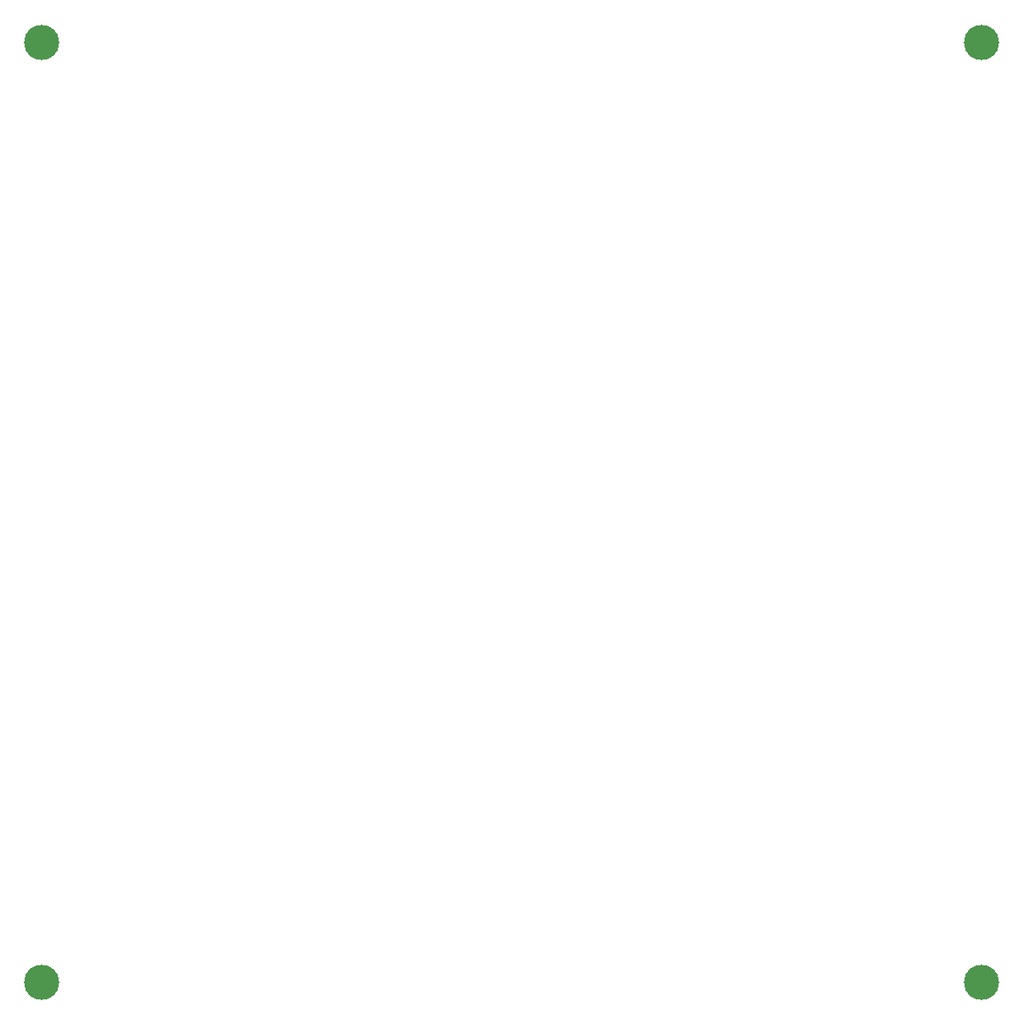
<source format=gbl>
G04 #@! TF.GenerationSoftware,KiCad,Pcbnew,(5.1.8)-1*
G04 #@! TF.CreationDate,2024-04-07T02:56:49+02:00*
G04 #@! TF.ProjectId,BulkyMIDI-32 Input Switch FB2,42756c6b-794d-4494-9449-2d333220496e,rev?*
G04 #@! TF.SameCoordinates,Original*
G04 #@! TF.FileFunction,Copper,L2,Bot*
G04 #@! TF.FilePolarity,Positive*
%FSLAX46Y46*%
G04 Gerber Fmt 4.6, Leading zero omitted, Abs format (unit mm)*
G04 Created by KiCad (PCBNEW (5.1.8)-1) date 2024-04-07 02:56:49*
%MOMM*%
%LPD*%
G01*
G04 APERTURE LIST*
G04 #@! TA.AperFunction,ComponentPad*
%ADD10C,3.500000*%
G04 #@! TD*
G04 APERTURE END LIST*
D10*
X73355000Y-151435000D03*
X167005000Y-151435000D03*
X167005000Y-57785000D03*
X73355000Y-57785000D03*
M02*

</source>
